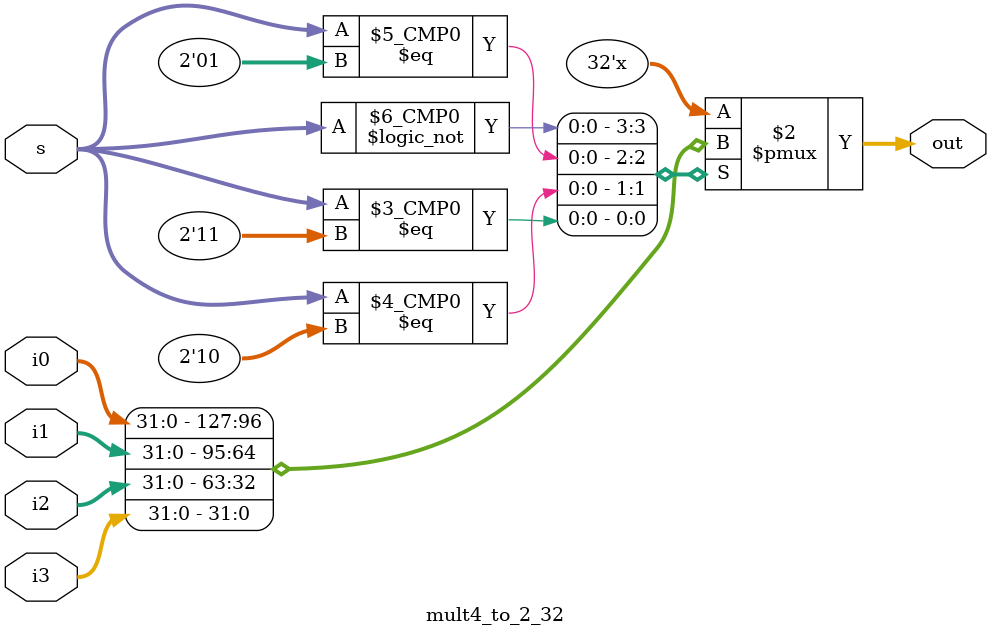
<source format=v>
module mult4_to_2_32(out, i0,i1,i2,i3,s);
output [31:0] out;
reg [31:0] out;
input [31:0]i0,i1,i2,i3;
input[1:0] s;

always @(i0 or i1 or i2 or i3 or s)
begin
case(s)
    2'b00:out=i0;
    2'b01:out=i1;
    2'b10:out=i2;
    2'b11:out=i3;
endcase
end
endmodule

</source>
